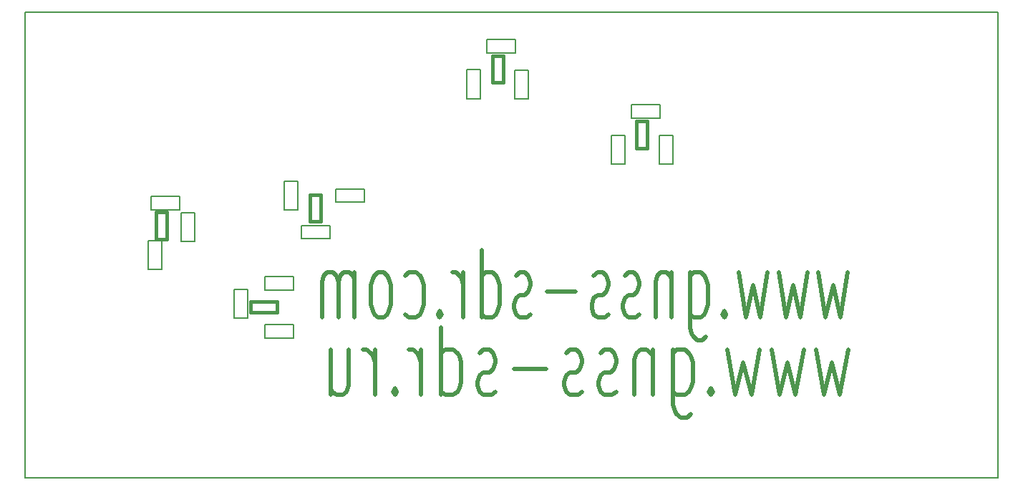
<source format=gbo>
G04 (created by PCBNEW-RS274X (2010-02-09)-RC2) date 30.03.2010 12:29:41*
G01*
G70*
G90*
%MOIN*%
G04 Gerber Fmt 3.4, Leading zero omitted, Abs format*
%FSLAX34Y34*%
G04 APERTURE LIST*
%ADD10C,0.005000*%
%ADD11C,0.007900*%
%ADD12C,0.019700*%
%ADD13C,0.008000*%
%ADD14C,0.015000*%
G04 APERTURE END LIST*
G54D10*
G54D11*
X34780Y-44115D02*
X34780Y-22460D01*
X80060Y-44115D02*
X34780Y-44115D01*
X80060Y-22460D02*
X80060Y-44115D01*
X34780Y-22460D02*
X80060Y-22460D01*
G54D12*
X73092Y-38180D02*
X72717Y-40280D01*
X72342Y-38780D01*
X71967Y-40280D01*
X71592Y-38180D01*
X71029Y-38180D02*
X70654Y-40280D01*
X70279Y-38780D01*
X69904Y-40280D01*
X69529Y-38180D01*
X68966Y-38180D02*
X68591Y-40280D01*
X68216Y-38780D01*
X67841Y-40280D01*
X67466Y-38180D01*
X66715Y-39980D02*
X66621Y-40130D01*
X66715Y-40280D01*
X66809Y-40130D01*
X66715Y-39980D01*
X66715Y-40280D01*
X64933Y-38180D02*
X64933Y-40730D01*
X65027Y-41030D01*
X65121Y-41180D01*
X65308Y-41330D01*
X65590Y-41330D01*
X65777Y-41180D01*
X64933Y-40130D02*
X65121Y-40280D01*
X65496Y-40280D01*
X65683Y-40130D01*
X65777Y-39980D01*
X65871Y-39680D01*
X65871Y-38780D01*
X65777Y-38480D01*
X65683Y-38330D01*
X65496Y-38180D01*
X65121Y-38180D01*
X64933Y-38330D01*
X63996Y-38180D02*
X63996Y-40280D01*
X63996Y-38480D02*
X63902Y-38330D01*
X63715Y-38180D01*
X63434Y-38180D01*
X63246Y-38330D01*
X63152Y-38630D01*
X63152Y-40280D01*
X62309Y-40130D02*
X62121Y-40280D01*
X61746Y-40280D01*
X61559Y-40130D01*
X61465Y-39830D01*
X61465Y-39680D01*
X61559Y-39380D01*
X61746Y-39230D01*
X62028Y-39230D01*
X62215Y-39080D01*
X62309Y-38780D01*
X62309Y-38630D01*
X62215Y-38330D01*
X62028Y-38180D01*
X61746Y-38180D01*
X61559Y-38330D01*
X60715Y-40130D02*
X60527Y-40280D01*
X60152Y-40280D01*
X59965Y-40130D01*
X59871Y-39830D01*
X59871Y-39680D01*
X59965Y-39380D01*
X60152Y-39230D01*
X60434Y-39230D01*
X60621Y-39080D01*
X60715Y-38780D01*
X60715Y-38630D01*
X60621Y-38330D01*
X60434Y-38180D01*
X60152Y-38180D01*
X59965Y-38330D01*
X59027Y-39080D02*
X57527Y-39080D01*
X56683Y-40130D02*
X56495Y-40280D01*
X56120Y-40280D01*
X55933Y-40130D01*
X55839Y-39830D01*
X55839Y-39680D01*
X55933Y-39380D01*
X56120Y-39230D01*
X56402Y-39230D01*
X56589Y-39080D01*
X56683Y-38780D01*
X56683Y-38630D01*
X56589Y-38330D01*
X56402Y-38180D01*
X56120Y-38180D01*
X55933Y-38330D01*
X54151Y-40280D02*
X54151Y-37130D01*
X54151Y-40130D02*
X54339Y-40280D01*
X54714Y-40280D01*
X54901Y-40130D01*
X54995Y-39980D01*
X55089Y-39680D01*
X55089Y-38780D01*
X54995Y-38480D01*
X54901Y-38330D01*
X54714Y-38180D01*
X54339Y-38180D01*
X54151Y-38330D01*
X53214Y-40280D02*
X53214Y-38180D01*
X53214Y-38780D02*
X53120Y-38480D01*
X53027Y-38330D01*
X52839Y-38180D01*
X52652Y-38180D01*
X51995Y-39980D02*
X51901Y-40130D01*
X51995Y-40280D01*
X52089Y-40130D01*
X51995Y-39980D01*
X51995Y-40280D01*
X51057Y-40280D02*
X51057Y-38180D01*
X51057Y-38780D02*
X50963Y-38480D01*
X50870Y-38330D01*
X50682Y-38180D01*
X50495Y-38180D01*
X48994Y-38180D02*
X48994Y-40280D01*
X49838Y-38180D02*
X49838Y-39830D01*
X49744Y-40130D01*
X49557Y-40280D01*
X49276Y-40280D01*
X49088Y-40130D01*
X48994Y-39980D01*
X73068Y-34580D02*
X72730Y-36680D01*
X72393Y-35180D01*
X72055Y-36680D01*
X71718Y-34580D01*
X71212Y-34580D02*
X70874Y-36680D01*
X70537Y-35180D01*
X70199Y-36680D01*
X69862Y-34580D01*
X69356Y-34580D02*
X69018Y-36680D01*
X68681Y-35180D01*
X68343Y-36680D01*
X68006Y-34580D01*
X67331Y-36380D02*
X67247Y-36530D01*
X67331Y-36680D01*
X67415Y-36530D01*
X67331Y-36380D01*
X67331Y-36680D01*
X65728Y-34580D02*
X65728Y-37130D01*
X65812Y-37430D01*
X65896Y-37580D01*
X66065Y-37730D01*
X66318Y-37730D01*
X66487Y-37580D01*
X65728Y-36530D02*
X65896Y-36680D01*
X66234Y-36680D01*
X66403Y-36530D01*
X66487Y-36380D01*
X66571Y-36080D01*
X66571Y-35180D01*
X66487Y-34880D01*
X66403Y-34730D01*
X66234Y-34580D01*
X65896Y-34580D01*
X65728Y-34730D01*
X64884Y-34580D02*
X64884Y-36680D01*
X64884Y-34880D02*
X64800Y-34730D01*
X64631Y-34580D01*
X64378Y-34580D01*
X64209Y-34730D01*
X64125Y-35030D01*
X64125Y-36680D01*
X63365Y-36530D02*
X63197Y-36680D01*
X62859Y-36680D01*
X62690Y-36530D01*
X62606Y-36230D01*
X62606Y-36080D01*
X62690Y-35780D01*
X62859Y-35630D01*
X63112Y-35630D01*
X63281Y-35480D01*
X63365Y-35180D01*
X63365Y-35030D01*
X63281Y-34730D01*
X63112Y-34580D01*
X62859Y-34580D01*
X62690Y-34730D01*
X61931Y-36530D02*
X61763Y-36680D01*
X61425Y-36680D01*
X61256Y-36530D01*
X61172Y-36230D01*
X61172Y-36080D01*
X61256Y-35780D01*
X61425Y-35630D01*
X61678Y-35630D01*
X61847Y-35480D01*
X61931Y-35180D01*
X61931Y-35030D01*
X61847Y-34730D01*
X61678Y-34580D01*
X61425Y-34580D01*
X61256Y-34730D01*
X60413Y-35480D02*
X59063Y-35480D01*
X58303Y-36530D02*
X58135Y-36680D01*
X57797Y-36680D01*
X57628Y-36530D01*
X57544Y-36230D01*
X57544Y-36080D01*
X57628Y-35780D01*
X57797Y-35630D01*
X58050Y-35630D01*
X58219Y-35480D01*
X58303Y-35180D01*
X58303Y-35030D01*
X58219Y-34730D01*
X58050Y-34580D01*
X57797Y-34580D01*
X57628Y-34730D01*
X56026Y-36680D02*
X56026Y-33530D01*
X56026Y-36530D02*
X56194Y-36680D01*
X56532Y-36680D01*
X56701Y-36530D01*
X56785Y-36380D01*
X56869Y-36080D01*
X56869Y-35180D01*
X56785Y-34880D01*
X56701Y-34730D01*
X56532Y-34580D01*
X56194Y-34580D01*
X56026Y-34730D01*
X55182Y-36680D02*
X55182Y-34580D01*
X55182Y-35180D02*
X55098Y-34880D01*
X55013Y-34730D01*
X54845Y-34580D01*
X54676Y-34580D01*
X54085Y-36380D02*
X54001Y-36530D01*
X54085Y-36680D01*
X54169Y-36530D01*
X54085Y-36380D01*
X54085Y-36680D01*
X52482Y-36530D02*
X52650Y-36680D01*
X52988Y-36680D01*
X53157Y-36530D01*
X53241Y-36380D01*
X53325Y-36080D01*
X53325Y-35180D01*
X53241Y-34880D01*
X53157Y-34730D01*
X52988Y-34580D01*
X52650Y-34580D01*
X52482Y-34730D01*
X51469Y-36680D02*
X51638Y-36530D01*
X51722Y-36380D01*
X51806Y-36080D01*
X51806Y-35180D01*
X51722Y-34880D01*
X51638Y-34730D01*
X51469Y-34580D01*
X51216Y-34580D01*
X51047Y-34730D01*
X50963Y-34880D01*
X50878Y-35180D01*
X50878Y-36080D01*
X50963Y-36380D01*
X51047Y-36530D01*
X51216Y-36680D01*
X51469Y-36680D01*
X50119Y-36680D02*
X50119Y-34580D01*
X50119Y-34880D02*
X50035Y-34730D01*
X49866Y-34580D01*
X49613Y-34580D01*
X49444Y-34730D01*
X49360Y-35030D01*
X49360Y-36680D01*
X49360Y-35030D02*
X49275Y-34730D01*
X49107Y-34580D01*
X48853Y-34580D01*
X48685Y-34730D01*
X48600Y-35030D01*
X48600Y-36680D01*
G54D13*
X47268Y-37629D02*
X47268Y-37001D01*
X47268Y-37001D02*
X45931Y-37001D01*
X45931Y-37001D02*
X45931Y-37629D01*
X45931Y-37629D02*
X47268Y-37629D01*
G54D14*
X63755Y-28790D02*
X63255Y-28790D01*
X63255Y-28790D02*
X63255Y-27540D01*
X63255Y-27540D02*
X63755Y-27540D01*
X63755Y-27540D02*
X63755Y-28790D01*
X46515Y-35945D02*
X46515Y-36445D01*
X46515Y-36445D02*
X45265Y-36445D01*
X45265Y-36445D02*
X45265Y-35945D01*
X45265Y-35945D02*
X46515Y-35945D01*
X48050Y-30950D02*
X48550Y-30950D01*
X48550Y-30950D02*
X48550Y-32200D01*
X48550Y-32200D02*
X48050Y-32200D01*
X48050Y-32200D02*
X48050Y-30950D01*
X41385Y-33030D02*
X40885Y-33030D01*
X40885Y-33030D02*
X40885Y-31780D01*
X40885Y-31780D02*
X41385Y-31780D01*
X41385Y-31780D02*
X41385Y-33030D01*
X57035Y-25735D02*
X56535Y-25735D01*
X56535Y-25735D02*
X56535Y-24485D01*
X56535Y-24485D02*
X57035Y-24485D01*
X57035Y-24485D02*
X57035Y-25735D01*
G54D13*
X44506Y-36693D02*
X45134Y-36693D01*
X45134Y-36693D02*
X45134Y-35356D01*
X45134Y-35356D02*
X44506Y-35356D01*
X44506Y-35356D02*
X44506Y-36693D01*
X47268Y-35389D02*
X47268Y-34761D01*
X47268Y-34761D02*
X45931Y-34761D01*
X45931Y-34761D02*
X45931Y-35389D01*
X45931Y-35389D02*
X47268Y-35389D01*
X40496Y-34448D02*
X41124Y-34448D01*
X41124Y-34448D02*
X41124Y-33111D01*
X41124Y-33111D02*
X40496Y-33111D01*
X40496Y-33111D02*
X40496Y-34448D01*
X42679Y-31782D02*
X42051Y-31782D01*
X42051Y-31782D02*
X42051Y-33119D01*
X42051Y-33119D02*
X42679Y-33119D01*
X42679Y-33119D02*
X42679Y-31782D01*
X40632Y-31021D02*
X40632Y-31649D01*
X40632Y-31649D02*
X41969Y-31649D01*
X41969Y-31649D02*
X41969Y-31021D01*
X41969Y-31021D02*
X40632Y-31021D01*
X47464Y-30332D02*
X46836Y-30332D01*
X46836Y-30332D02*
X46836Y-31669D01*
X46836Y-31669D02*
X47464Y-31669D01*
X47464Y-31669D02*
X47464Y-30332D01*
X48968Y-33014D02*
X48968Y-32386D01*
X48968Y-32386D02*
X47631Y-32386D01*
X47631Y-32386D02*
X47631Y-33014D01*
X47631Y-33014D02*
X48968Y-33014D01*
X50568Y-31314D02*
X50568Y-30686D01*
X50568Y-30686D02*
X49231Y-30686D01*
X49231Y-30686D02*
X49231Y-31314D01*
X49231Y-31314D02*
X50568Y-31314D01*
X55346Y-26483D02*
X55974Y-26483D01*
X55974Y-26483D02*
X55974Y-25146D01*
X55974Y-25146D02*
X55346Y-25146D01*
X55346Y-25146D02*
X55346Y-26483D01*
X57586Y-26488D02*
X58214Y-26488D01*
X58214Y-26488D02*
X58214Y-25151D01*
X58214Y-25151D02*
X57586Y-25151D01*
X57586Y-25151D02*
X57586Y-26488D01*
X56282Y-23726D02*
X56282Y-24354D01*
X56282Y-24354D02*
X57619Y-24354D01*
X57619Y-24354D02*
X57619Y-23726D01*
X57619Y-23726D02*
X56282Y-23726D01*
X62071Y-29543D02*
X62699Y-29543D01*
X62699Y-29543D02*
X62699Y-28206D01*
X62699Y-28206D02*
X62071Y-28206D01*
X62071Y-28206D02*
X62071Y-29543D01*
X63002Y-26781D02*
X63002Y-27409D01*
X63002Y-27409D02*
X64339Y-27409D01*
X64339Y-27409D02*
X64339Y-26781D01*
X64339Y-26781D02*
X63002Y-26781D01*
X64311Y-29543D02*
X64939Y-29543D01*
X64939Y-29543D02*
X64939Y-28206D01*
X64939Y-28206D02*
X64311Y-28206D01*
X64311Y-28206D02*
X64311Y-29543D01*
M02*

</source>
